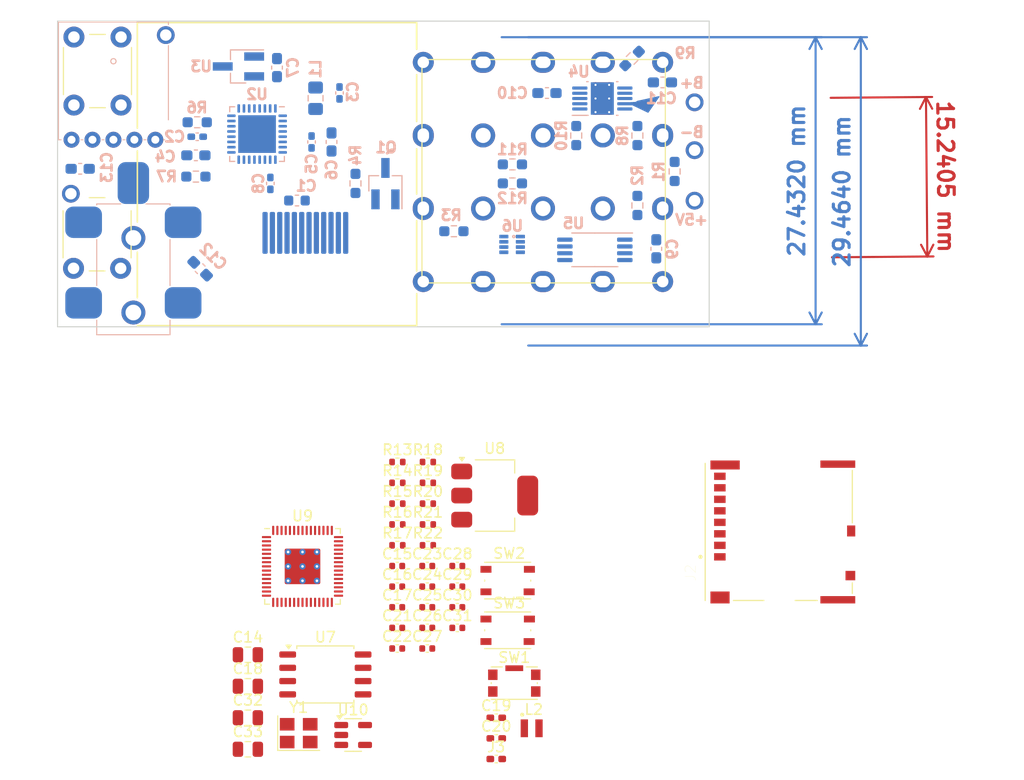
<source format=kicad_pcb>
(kicad_pcb (version 20221018) (generator pcbnew)
  (layers (0 "F.Cu" signal) (1 "In1.Cu" power) (2 "In2.Cu" power) (31 "B.Cu" signal) (34 "B.Paste" user) (35 "F.Paste" user) (36 "B.SilkS" user "B.Silkscreen") (37 "F.SilkS" user "F.Silkscreen") (38 "B.Mask" user) (39 "F.Mask" user) (44 "Edge.Cuts" user))
  (net 0 "")
  (net 1 "GNDREF")
  (net 2 "VCC")
  (net 3 "/vol_pot_measure")
  (net 4 "+3V3")
  (net 5 "/LCD_BL")
  (net 6 "+BATT")
  (net 7 "/LCD_RST")
  (net 8 "/LCD_DIN")
  (net 9 "/LCD_CLK")
  (net 10 "/LCD_CS")
  (net 11 "/LCD_DC")
  (net 12 "/LCD_BL_CONT")
  (net 13 "Net-(Q1-B)")
  (net 14 "Net-(Q1-C)")
  (net 17 "Net-(U2-VDDA)")
  (net 18 "Net-(U2-VAG)")
  (net 21 "/BUTTON_SENSE")
  (net 28 "Net-(U2-SYS_MCLK)")
  (net 30 "/SCL")
  (net 31 "/I2S_DATA")
  (net 32 "/SDA")
  (net 33 "/I2S_SCLK")
  (net 35 "/I2S_LRCLK")
  (net 36 "/I2S_MCLK")
  (net 37 "/LEFT")
  (net 38 "/RIGHT")
  (net 39 "/AUDIO_GND")
  (net 40 "/+1V8")
  (net 41 "/CELL-")
  (net 42 "+5V")
  (net 43 "/PWR_SRC")
  (net 45 "Net-(U5-VDD)")
  (net 46 "Net-(U4-TIMER)")
  (net 47 "Net-(U5-VIN)")
  (net 48 "Net-(U4-PROG)")
  (net 49 "Net-(U6-PR1)")
  (net 52 "GND1")
  (net 53 "/CHG_ON")
  (net 68 "/CHG_FAULT")
  (net 69 "VBUS")
  (net 70 "/XIN")
  (net 71 "Net-(C16-Pad1)")
  (net 72 "+1V1")
  (net 73 "/VREG_AVDD")
  (net 74 "/SD_PWR")
  (net 77 "/SD_DAT1")
  (net 78 "/SD_DAT0")
  (net 79 "/SD_CLK")
  (net 80 "/SD_CMD")
  (net 81 "/SD_DAT3")
  (net 82 "/SD_DAT2")
  (net 83 "/VREG_LX")
  (net 84 "/GPIO0")
  (net 85 "/FLASH_SS")
  (net 86 "/QSPI_SS")
  (net 87 "/XOUT")
  (net 88 "Net-(R17-Pad1)")
  (net 89 "/~{USB_BOOT}")
  (net 90 "/USB_D+")
  (net 91 "Net-(U9-USB_DP)")
  (net 92 "/USB_D-")
  (net 93 "Net-(U9-USB_DM)")
  (net 94 "/+3.3v")
  (net 95 "/SD_PWR_ON")
  (net 96 "/RUN")
  (net 97 "/QSPI_SD1")
  (net 98 "/QSPI_SD2")
  (net 100 "/QSPI_SD0")
  (net 101 "/QSPI_SCLK")
  (net 102 "/QSPI_SD3")
  (net 119 "/SWCLK")
  (net 120 "/SWD")
  (net 136 "GND")
  (footprint "Resistor_SMD:R_0402_1005Metric" (layer "F.Cu") (at 49.08 57.569579)
    (fp_text reference "R19" (at 0 -1.17) (layer "F.SilkS"))
    (fp_text value "1k")
    (pad "1" smd roundrect (at -0.51 0) (size 0.54 0.64) (layers "F.Cu" "F.Paste" "F.Mask") (net 86 "/QSPI_SS"))
    (pad "2" smd roundrect (at 0.51 0) (size 0.54 0.64) (layers "F.Cu" "F.Paste" "F.Mask") (net 89 "/~{USB_BOOT}"))
  )
  (footprint "Capacitor_SMD:C_0402_1005Metric" (layer "F.Cu") (at 51.89 67.489579)
    (fp_text reference "C29" (at 0 -1.16) (layer "F.SilkS"))
    (fp_text value "100n")
    (pad "1" smd roundrect (at -0.48 0) (size 0.56 0.62) (layers "F.Cu" "F.Paste" "F.Mask") (net 4 "+3V3"))
    (pad "2" smd roundrect (at 0.48 0) (size 0.56 0.62) (layers "F.Cu" "F.Paste" "F.Mask") (net 1 "GNDREF"))
  )
  (footprint "Capacitor_SMD:C_0402_1005Metric" (layer "F.Cu") (at 49.02 73.399579)
    (fp_text reference "C27" (at 0 -1.16) (layer "F.SilkS"))
    (fp_text value "100n")
    (pad "1" smd roundrect (at -0.48 0) (size 0.56 0.62) (layers "F.Cu" "F.Paste" "F.Mask") (net 4 "+3V3"))
    (pad "2" smd roundrect (at 0.48 0) (size 0.56 0.62) (layers "F.Cu" "F.Paste" "F.Mask") (net 1 "GNDREF"))
  )
  (footprint "Capacitor_SMD:C_0402_1005Metric" (layer "F.Cu") (at 51.89 69.459579)
    (fp_text reference "C30" (at 0 -1.16) (layer "F.SilkS"))
    (fp_text value "100n")
    (pad "1" smd roundrect (at -0.48 0) (size 0.56 0.62) (layers "F.Cu" "F.Paste" "F.Mask") (net 4 "+3V3"))
    (pad "2" smd roundrect (at 0.48 0) (size 0.56 0.62) (layers "F.Cu" "F.Paste" "F.Mask") (net 1 "GNDREF"))
  )
  (footprint "Capacitor_SMD:C_0402_1005Metric" (layer "F.Cu") (at 46.15 65.519579)
    (fp_text reference "C15" (at 0 -1.16) (layer "F.SilkS"))
    (fp_text value "15p")
    (pad "1" smd roundrect (at -0.48 0) (size 0.56 0.62) (layers "F.Cu" "F.Paste" "F.Mask") (net 70 "/XIN"))
    (pad "2" smd roundrect (at 0.48 0) (size 0.56 0.62) (layers "F.Cu" "F.Paste" "F.Mask") (net 1 "GNDREF"))
  )
  (footprint "Button_Switch_SMD:SW_Push_1P1T-SH_NO_CK_KMR2xxG" (layer "F.Cu") (at 57.33 76.709579)
    (fp_text reference "SW1" (at 0 -2.45) (layer "F.SilkS"))
    (fp_text value "SW_SPST")
    (pad "1" smd rect (at -2.05 -0.8) (size 0.9 1) (layers "F.Cu" "F.Paste" "F.Mask") (net 52 "GND1"))
    (pad "1" smd rect (at 2.05 -0.8) (size 0.9 1) (layers "F.Cu" "F.Paste" "F.Mask") (net 52 "GND1"))
    (pad "2" smd rect (at -2.05 0.8) (size 0.9 1) (layers "F.Cu" "F.Paste" "F.Mask") (net 1 "GNDREF"))
    (pad "2" smd rect (at 2.05 0.8) (size 0.9 1) (layers "F.Cu" "F.Paste" "F.Mask") (net 1 "GNDREF"))
    (pad "SH" smd rect (at 0 -1.425) (size 1.7 0.55) (layers "F.Cu" "F.Paste" "F.Mask"))
  )
  (footprint "Capacitor_SMD:C_0402_1005Metric_Pad0.74x0.62mm_HandSolder" (layer "F.Cu") (at 55.61 80.019579)
    (fp_text reference "C19" (at 0 -1.16) (layer "F.SilkS"))
    (fp_text value "4.7u")
    (pad "1" smd roundrect (at -0.5675 0) (size 0.735 0.62) (layers "F.Cu" "F.Paste" "F.Mask") (net 4 "+3V3"))
    (pad "2" smd roundrect (at 0.5675 0) (size 0.735 0.62) (layers "F.Cu" "F.Paste" "F.Mask") (net 1 "GNDREF"))
  )
  (footprint "custom_footprints:hole" (layer "F.Cu") (at 74.549 25.781)
    (fp_text reference "J37" hide)
    (fp_text value "Conn_01x01_Male")
    (pad "1" thru_hole circle (at 0 0) (size 1.7 1.7) (drill 1.1) (layers "*.Cu" "*.Mask") (net 41 "/CELL-"))
  )
  (footprint "Capacitor_SMD:C_0402_1005Metric_Pad0.74x0.62mm_HandSolder" (layer "F.Cu") (at 55.61 83.959579)
    (fp_text reference "J3" (at 0 -1.16) (layer "F.SilkS"))
    (fp_text value "USB_C_Receptacle_USB2.0_14P")
    (pad "1" smd roundrect (at -0.5675 0) (size 0.735 0.62) (layers "F.Cu" "F.Paste" "F.Mask"))
    (pad "2" smd roundrect (at 0.5675 0) (size 0.735 0.62) (layers "F.Cu" "F.Paste" "F.Mask"))
  )
  (footprint "Resistor_SMD:R_0402_1005Metric" (layer "F.Cu") (at 49.08 61.549579)
    (fp_text reference "R21" (at 0 -1.17) (layer "F.SilkS"))
    (fp_text value "27")
    (pad "1" smd roundrect (at -0.51 0) (size 0.54 0.64) (layers "F.Cu" "F.Paste" "F.Mask") (net 92 "/USB_D-"))
    (pad "2" smd roundrect (at 0.51 0) (size 0.54 0.64) (layers "F.Cu" "F.Paste" "F.Mask") (net 93 "Net-(U9-USB_DM)"))
  )
  (footprint "Capacitor_SMD:C_0402_1005Metric" (layer "F.Cu") (at 49.02 67.489579)
    (fp_text reference "C24" (at 0 -1.16) (layer "F.SilkS"))
    (fp_text value "100n")
    (pad "1" smd roundrect (at -0.48 0) (size 0.56 0.62) (layers "F.Cu" "F.Paste" "F.Mask") (net 72 "+1V1"))
    (pad "2" smd roundrect (at 0.48 0) (size 0.56 0.62) (layers "F.Cu" "F.Paste" "F.Mask") (net 1 "GNDREF"))
  )
  (footprint "Capacitor_SMD:C_0402_1005Metric" (layer "F.Cu") (at 49.02 71.429579)
    (fp_text reference "C26" (at 0 -1.16) (layer "F.SilkS"))
    (fp_text value "100n")
    (pad "1" smd roundrect (at -0.48 0) (size 0.56 0.62) (layers "F.Cu" "F.Paste" "F.Mask") (net 4 "+3V3"))
    (pad "2" smd roundrect (at 0.48 0) (size 0.56 0.62) (layers "F.Cu" "F.Paste" "F.Mask") (net 1 "GNDREF"))
  )
  (footprint "Capacitor_SMD:C_0402_1005Metric" (layer "F.Cu") (at 46.15 69.459579)
    (fp_text reference "C17" (at 0 -1.16) (layer "F.SilkS"))
    (fp_text value "100n")
    (pad "1" smd roundrect (at -0.48 0) (size 0.56 0.62) (layers "F.Cu" "F.Paste" "F.Mask") (net 4 "+3V3"))
    (pad "2" smd roundrect (at 0.48 0) (size 0.56 0.62) (layers "F.Cu" "F.Paste" "F.Mask") (net 1 "GNDREF"))
  )
  (footprint "Resistor_SMD:R_0402_1005Metric" (layer "F.Cu") (at 49.08 59.559579)
    (fp_text reference "R20" (at 0 -1.17) (layer "F.SilkS"))
    (fp_text value "27")
    (pad "1" smd roundrect (at -0.51 0) (size 0.54 0.64) (layers "F.Cu" "F.Paste" "F.Mask") (net 90 "/USB_D+"))
    (pad "2" smd roundrect (at 0.51 0) (size 0.54 0.64) (layers "F.Cu" "F.Paste" "F.Mask") (net 91 "Net-(U9-USB_DP)"))
  )
  (footprint "RP2350_60QFN_minimal:RP2350-QFN-60-1EP_7x7_P0.4mm_EP3.4x3.4mm_ThermalVias" (layer "F.Cu") (at 37.106 65.554)
    (fp_text reference "U9" (at 0 -4.82) (layer "F.SilkS"))
    (fp_text value "RP2350_60QFN")
    (pad "1" smd roundrect (at -3.4375 -2.8) (size 0.875 0.2) (layers "F.Cu" "F.Paste" "F.Mask") (chamfer_ratio 0.25) (chamfer top_right) (net 4 "+3V3"))
    (pad "2" smd roundrect (at -3.4375 -2.4) (size 0.875 0.2) (layers "F.Cu" "F.Paste" "F.Mask"))
    (pad "3" smd roundrect (at -3.4375 -2) (size 0.875 0.2) (layers "F.Cu" "F.Paste" "F.Mask"))
    (pad "4" smd roundrect (at -3.4375 -1.6) (size 0.875 0.2) (layers "F.Cu" "F.Paste" "F.Mask"))
    (pad "5" smd roundrect (at -3.4375 -1.2) (size 0.875 0.2) (layers "F.Cu" "F.Paste" "F.Mask"))
    (pad "6" smd roundrect (at -3.4375 -0.8) (size 0.875 0.2) (layers "F.Cu" "F.Paste" "F.Mask") (net 72 "+1V1"))
    (pad "7" smd roundrect (at -3.4375 -0.4) (size 0.875 0.2) (layers "F.Cu" "F.Paste" "F.Mask"))
    (pad "8" smd roundrect (at -3.4375 0) (size 0.875 0.2) (layers "F.Cu" "F.Paste" "F.Mask"))
    (pad "9" smd roundrect (at -3.4375 0.4) (size 0.875 0.2) (layers "F.Cu" "F.Paste" "F.Mask"))
    (pad "10" smd roundrect (at -3.4375 0.8) (size 0.875 0.2) (layers "F.Cu" "F.Paste" "F.Mask"))
    (pad "11" smd roundrect (at -3.4375 1.2) (size 0.875 0.2) (layers "F.Cu" "F.Paste" "F.Mask") (net 4 "+3V3"))
    (pad "12" smd roundrect (at -3.4375 1.6) (size 0.875 0.2) (layers "F.Cu" "F.Paste" "F.Mask"))
    (pad "13" smd roundrect (at -3.4375 2) (size 0.875 0.2) (layers "F.Cu" "F.Paste" "F.Mask"))
    (pad "14" smd roundrect (at -3.4375 2.4) (size 0.875 0.2) (layers "F.Cu" "F.Paste" "F.Mask"))
    (pad "15" smd roundrect (at -3.4375 2.8) (size 0.875 0.2) (layers "F.Cu" "F.Paste" "F.Mask") (chamfer_ratio 0.25) (chamfer bottom_right))
    (pad "16" smd roundrect (at -2.8 3.4375) (size 0.2 0.875) (layers "F.Cu" "F.Paste" "F.Mask") (chamfer_ratio 0.25) (chamfer top_left))
    (pad "17" smd roundrect (at -2.4 3.4375) (size 0.2 0.875) (layers "F.Cu" "F.Paste" "F.Mask"))
    (pad "18" smd roundrect (at -2 3.4375) (size 0.2 0.875) (layers "F.Cu" "F.Paste" "F.Mask"))
    (pad "19" smd roundrect (at -1.6 3.4375) (size 0.2 0.875) (layers "F.Cu" "F.Paste" "F.Mask"))
    (pad "20" smd roundrect (at -1.2 3.4375) (size 0.2 0.875) (layers "F.Cu" "F.Paste" "F.Mask") (net 4 "+3V3"))
    (pad "21" smd roundrect (at -0.8 3.4375) (size 0.2 0.875) (layers "F.Cu" "F.Paste" "F.Mask") (net 70 "/XIN"))
    (pad "22" smd roundrect (at -0.4 3.4375) (size 0.2 0.875) (layers "F.Cu" "F.Paste" "F.Mask") (net 87 "/XOUT"))
    (pad "23" smd roundrect (at 0 3.4375) (size 0.2 0.875) (layers "F.Cu" "F.Paste" "F.Mask") (net 72 "+1V1"))
    (pad "24" smd roundrect (at 0.4 3.4375) (size 0.2 0.875) (layers "F.Cu" "F.Paste" "F.Mask") (net 119 "/SWCLK"))
    (pad "25" smd roundrect (at 0.8 3.4375) (size 0.2 0.875) (layers "F.Cu" "F.Paste" "F.Mask") (net 120 "/SWD"))
    (pad "26" smd roundrect (at 1.2 3.4375) (size 0.2 0.875) (layers "F.Cu" "F.Paste" "F.Mask") (net 96 "/RUN"))
    (pad "27" smd roundrect (at 1.6 3.4375) (size 0.2 0.875) (layers "F.Cu" "F.Paste" "F.Mask"))
    (pad "28" smd roundrect (at 2 3.4375) (size 0.2 0.875) (layers "F.Cu" "F.Paste" "F.Mask"))
    (pad "29" smd roundrect (at 2.4 3.4375) (size 0.2 0.875) (layers "F.Cu" "F.Paste" "F.Mask"))
    (pad "30" smd roundrect (at 2.8 3.4375) (size 0.2 0.875) (layers "F.Cu" "F.Paste" "F.Mask") (chamfer_ratio 0.25) (chamfer top_right) (net 4 "+3V3"))
    (pad "31" smd roundrect (at 3.4375 2.8) (size 0.875 0.2) (layers "F.Cu" "F.Paste" "F.Mask") (chamfer_ratio 0.25) (chamfer bottom_left))
    (pad "32" smd roundrect (at 3.4375 2.4) (size 0.875 0.2) (layers "F.Cu" "F.Paste" "F.Mask"))
    (pad "33" smd roundrect (at 3.4375 2) (size 0.875 0.2) (layers "F.Cu" "F.Paste" "F.Mask"))
    (pad "34" smd roundrect (at 3.4375 1.6) (size 0.875 0.2) (layers "F.Cu" "F.Paste" "F.Mask"))
    (pad "35" smd roundrect (at 3.4375 1.2) (size 0.875 0.2) (layers "F.Cu" "F.Paste" "F.Mask"))
    (pad "36" smd roundrect (at 3.4375 0.8) (size 0.875 0.2) (layers "F.Cu" "F.Paste" "F.Mask"))
    (pad "37" smd roundrect (at 3.4375 0.4) (size 0.875 0.2) (layers "F.Cu" "F.Paste" "F.Mask"))
    (pad "38" smd roundrect (at 3.4375 0) (size 0.875 0.2) (layers "F.Cu" "F.Paste" "F.Mask") (net 4 "+3V3"))
    (pad "39" smd roundrect (at 3.4375 -0.4) (size 0.875 0.2) (layers "F.Cu" "F.Paste" "F.Mask") (net 72 "+1V1"))
    (pad "40" smd roundrect (at 3.4375 -0.8) (size 0.875 0.2) (layers "F.Cu" "F.Paste" "F.Mask"))
    (pad "41" smd roundrect (at 3.4375 -1.2) (size 0.875 0.2) (layers "F.Cu" "F.Paste" "F.Mask"))
    (pad "42" smd roundrect (at 3.4375 -1.6) (size 0.875 0.2) (layers "F.Cu" "F.Paste" "F.Mask"))
    (pad "43" smd roundrect (at 3.4375 -2) (size 0.875 0.2) (layers "F.Cu" "F.Paste" "F.Mask"))
    (pad "44" smd roundrect (at 3.4375 -2.4) (size 0.875 0.2) (layers "F.Cu" "F.Paste" "F.Mask") (net 4 "+3V3"))
    (pad "45" smd roundrect (at 3.4375 -2.8) (size 0.875 0.2) (layers "F.Cu" "F.Paste" "F.Mask") (chamfer_ratio 0.25) (chamfer top_left) (net 4 "+3V3"))
    (pad "46" smd roundrect (at 2.8 -3.4375) (size 0.2 0.875) (layers "F.Cu" "F.Paste" "F.Mask") (chamfer_ratio 0.25) (chamfer bottom_right) (net 73 "/VREG_AVDD"))
    (pad "47" smd roundrect (at 2.4 -3.4375) (size 0.2 0.875) (layers "F.Cu" "F.Paste" "F.Mask") (net 1 "GNDREF"))
    (pad "48" smd roundrect (at 2 -3.4375) (size 0.2 0.875) (layers "F.Cu" "F.Paste" "F.Mask") (net 83 "/VREG_LX"))
    (pad "49" smd roundrect (at 1.6 -3.4375) (size 0.2 0.875) (layers "F.Cu" "F.Paste" "F.Mask") (net 4 "+3V3"))
    (pad "50" smd roundrect (at 1.2 -3.4375) (size 0.2 0.875) (layers "F.Cu" "F.Paste" "F.Mask") (net 72 "+1V1"))
    (pad "51" smd roundrect (at 0.8 -3.4375) (size 0.2 0.875) (layers "F.Cu" "F.Paste" "F.Mask") (net 93 "Net-(U9-USB_DM)"))
    (pad "52" smd roundrect (at 0.4 -3.4375) (size 0.2 0.875) (layers "F.Cu" "F.Paste" "F.Mask") (net 91 "Net-(U9-USB_DP)"))
    (pad "53" smd roundrect (at 0 -3.4375) (size 0.2 0.875) (layers "F.Cu" "F.Paste" "F.Mask") (net 4 "+3V3"))
    (pad "54" smd roundrect (at -0.4 -3.4375) (size 0.2 0.875) (layers "F.Cu" "F.Paste" "F.Mask") (net 4 "+3V3"))
    (pad "55" smd roundrect (at -0.8 -3.4375) (size 0.2 0.875) (layers "F.Cu" "F.Paste" "F.Mask") (net 102 "/QSPI_SD3"))
    (pad "56" smd roundrect (at -1.2 -3.4375) (size 0.2 0.875) (layers "F.Cu" "F.Paste" "F.Mask") (net 101 "/QSPI_SCLK"))
    (pad "57" smd roundrect (at -1.6 -3.4375) (size 0.2 0.875) (layers "F.Cu" "F.Paste" "F.Mask") (net 100 "/QSPI_SD0"))
    (pad "58" smd roundrect (at -2 -3.4375) (size 0.2 0.875) (layers "F.Cu" "F.Paste" "F.Mask") (net 98 "/QSPI_SD2"))
    (pad "59" smd roundrect (at -2.4 -3.4375) (size 0.2 0.875) (layers "F.Cu" "F.Paste" "F.Mask") (net 97 "/QSPI_SD1"))
    (pad "60" smd roundrect (at -2.8 -3.4375) (size 0.2 0.875) (layers "F.Cu" "F.Paste" "F.Mask") (chamfer_ratio 0.25) (chamfer bottom_left) (net 86 "/QSPI_SS"))
    (pad "61" thru_hole circle (at -1.375 -1.375) (size 0.6 0.6) (drill 0.25) (layers "*.Cu") (net 1 "GNDREF"))
    (pad "61" thru_hole circle (at -1.375 0) (size 0.6 0.6) (drill 0.25) (layers "*.Cu") (net 1 "GNDREF"))
    (pad "61" thru_hole circle (at -1.375 1.375) (size 0.6 0.6) (drill 0.25) (layers "*.Cu") (net 1 "GNDREF"))
    (pad "61" thru_hole circle (at 0 -1.375) (size 0.6 0.6) (drill 0.25) (layers "*.Cu") (net 1 "GNDREF"))
    (pad "61" thru_hole circle (at 0 0) (size 0.6 0.6) (drill 0.25) (layers "*.Cu") (net 1 "GNDREF"))
    (pad "61" smd roundrect (at 0 0 90) (size 3.4 3.4) (layers "F.Cu" "F.Mask") (roundrect_rratio 0.045) (net 1 "GNDREF"))
    (pad "61" thru_hole circle (at 0 1.375) (size 0.6 0.6) (drill 0.25) (layers "*.Cu") (net 1 "GNDREF"))
    (pad "61" thru_hole circle (at 1.375 -1.375) (size 0.6 0.6) (drill 0.25) (layers "*.Cu") (net 1 "GNDREF"))
    (pad "61" thru_hole circle (at 1.375 0) (size 0.6 0.6) (drill 0.25) (layers "*.Cu") (net 1 "GNDREF"))
    (pad "61" thru_hole circle (at 1.375 1.375) (size 0.6 0.6) (drill 0.25) (layers "*.Cu") (net 1 "GNDREF"))
  )
  (footprint "Capacitor_SMD:C_0805_2012Metric" (layer "F.Cu") (at 31.89 83.029579)
    (fp_text reference "C33" (at 0 -1.68) (layer "F.SilkS"))
    (fp_text value "10u")
    (pad "1" smd roundrect (at -0.95 0) (size 1 1.45) (layers "F.Cu" "F.Paste" "F.Mask") (net 74 "/SD_PWR"))
    (pad "2" smd roundrect (at 0.95 0) (size 1 1.45) (layers "F.Cu" "F.Paste" "F.Mask") (net 1 "GNDREF"))
  )
  (footprint "Capacitor_SMD:C_0805_2012Metric" (layer "F.Cu") (at 31.89 80.019579)
    (fp_text reference "C32" (at 0 -1.68) (layer "F.SilkS"))
    (fp_text value "10u")
    (pad "1" smd roundrect (at -0.95 0) (size 1 1.45) (layers "F.Cu" "F.Paste" "F.Mask") (net 4 "+3V3"))
    (pad "2" smd roundrect (at 0.95 0) (size 1 1.45) (layers "F.Cu" "F.Paste" "F.Mask") (net 1 "GNDREF"))
  )
  (footprint "custom_footprints:hole" (layer "F.Cu") (at 74.549 30.607 90)
    (fp_text reference "J38" hide)
    (fp_text value "Conn_01x01_Male")
    (pad "1" thru_hole circle (at 0 0 90) (size 1.7 1.7) (drill 1.1) (layers "*.Cu" "*.Mask") (net 42 "+5V"))
  )
  (footprint "Resistor_SMD:R_0402_1005Metric" (layer "F.Cu") (at 46.17 59.559579)
    (fp_text reference "R15" (at 0 -1.17) (layer "F.SilkS"))
    (fp_text value "DNF")
    (pad "1" smd roundrect (at -0.51 0) (size 0.54 0.64) (layers "F.Cu" "F.Paste" "F.Mask") (net 4 "+3V3"))
    (pad "2" smd roundrect (at 0.51 0) (size 0.54 0.64) (layers "F.Cu" "F.Paste" "F.Mask") (net 85 "/FLASH_SS"))
  )
  (footprint "Resistor_SMD:R_0402_1005Metric" (layer "F.Cu") (at 46.17 63.539579)
    (fp_text reference "R17" (at 0 -1.17) (layer "F.SilkS"))
    (fp_text value "1k")
    (pad "1" smd roundrect (at -0.51 0) (size 0.54 0.64) (layers "F.Cu" "F.Paste" "F.Mask") (net 88 "Net-(R17-Pad1)"))
    (pad "2" smd roundrect (at 0.51 0) (size 0.54 0.64) (layers "F.Cu" "F.Paste" "F.Mask") (net 1 "GNDREF"))
  )
  (footprint "Capacitor_SMD:C_0805_2012Metric" (layer "F.Cu") (at 31.89 77.009579)
    (fp_text reference "C18" (at 0 -1.68) (layer "F.SilkS"))
    (fp_text value "10u")
    (pad "1" smd roundrect (at -0.95 0) (size 1 1.45) (layers "F.Cu" "F.Paste" "F.Mask") (net 4 "+3V3"))
    (pad "2" smd roundrect (at 0.95 0) (size 1 1.45) (layers "F.Cu" "F.Paste" "F.Mask") (net 1 "GNDREF"))
  )
  (footprint "Capacitor_SMD:C_0402_1005Metric" (layer "F.Cu") (at 49.02 69.459579)
    (fp_text reference "C25" (at 0 -1.16) (layer "F.SilkS"))
    (fp_text value "100n")
    (pad "1" smd roundrect (at -0.48 0) (size 0.56 0.62) (layers "F.Cu" "F.Paste" "F.Mask") (net 4 "+3V3"))
    (pad "2" smd roundrect (at 0.48 0) (size 0.56 0.62) (layers "F.Cu" "F.Paste" "F.Mask") (net 1 "GNDREF"))
  )
  (footprint "Package_TO_SOT_SMD:SOT-223-3_TabPin2" (layer "F.Cu") (at 55.46 58.784579)
    (fp_text reference "U8" (at 0 -4.5) (layer "F.SilkS"))
    (fp_text value "NCP1117-3.3_SOT223")
    (pad "1" smd roundrect (at -3.15 -2.3) (size 2 1.5) (layers "F.Cu" "F.Paste" "F.Mask") (net 1 "GNDREF"))
    (pad "2" smd roundrect (at -3.15 0) (size 2 1.5) (layers "F.Cu" "F.Paste" "F.Mask") (net 4 "+3V3"))
    (pad "2" smd roundrect (at 3.15 0) (size 2 3.8) (layers "F.Cu" "F.Paste" "F.Mask") (net 4 "+3V3"))
    (pad "3" smd roundrect (at -3.15 2.3) (size 2 1.5) (layers "F.Cu" "F.Paste" "F.Mask") (net 69 "VBUS"))
  )
  (footprint "Resistor_SMD:R_0402_1005Metric" (layer "F.Cu") (at 46.17 61.549579)
    (fp_text reference "R16" (at 0 -1.17) (layer "F.SilkS"))
    (fp_text value "1k")
    (pad "1" smd roundrect (at -0.51 0) (size 0.54 0.64) (layers "F.Cu" "F.Paste" "F.Mask") (net 87 "/XOUT"))
    (pad "2" smd roundrect (at 0.51 0) (size 0.54 0.64) (layers "F.Cu" "F.Paste" "F.Mask") (net 71 "Net-(C16-Pad1)"))
  )
  (footprint "custom_footprints:button_array" (layer "F.Cu") (at 48.006 38.3395)
    (fp_text reference "U1" hide)
    (fp_text value "buttonarray")
    (pad "1" thru_hole oval (at 0.635 -20.955 180) (size 2 2) (drill oval 1.1) (layers "*.Cu" "*.Mask"))
    (pad "1" thru_hole oval (at 0.635 -13.97 180) (size 2 2.2) (drill oval 1.1 1.35) (layers "*.Cu" "*.Mask"))
    (pad "2" thru_hole oval (at 6.35 -20.955 180) (size 2.3 2) (drill oval 1.45 1.1) (layers "*.Cu" "*.Mask"))
    (pad "3" thru_hole oval (at 12.065 -20.955 180) (size 2.3 2) (drill oval 1.45 1.1) (layers "*.Cu" "*.Mask"))
    (pad "4" thru_hole oval (at 0.635 -6.985 180) (size 2 2.2) (drill oval 1.1 1.35) (layers "*.Cu" "*.Mask"))
    (pad "5" thru_hole oval (at 6.35 -6.985 180) (size 2.3 2.3) (drill oval 1.45) (layers "*.Cu" "*.Mask"))
    (pad "6" thru_hole oval (at 12.065 -6.985 180) (size 2.3 2.3) (drill oval 1.45) (layers "*.Cu" "*.Mask"))
    (pad "7" thru_hole oval (at 17.78 -6.985 180) (size 2.3 2.3) (drill oval 1.45) (layers "*.Cu" "*.Mask"))
    (pad "8" thru_hole oval (at 23.495 -6.985 180) (size 2 2.2) (drill oval 1.1 1.35) (layers "*.Cu" "*.Mask"))
    (pad "9" thru_hole oval (at 0.635 0 180) (size 2 2) (drill oval 1.1) (layers "*.Cu" "*.Mask"))
    (pad "10" thru_hole oval (at 12.065 0 180) (size 2.3 2) (drill oval 1.45 1.1) (layers "*.Cu" "*.Mask"))
    (pad "11" thru_hole oval (at 23.495 0 180) (size 2 2) (drill oval 1.1) (layers "*.Cu" "*.Mask"))
    (pad "12" thru_hole oval (at 23.495 -13.97 180) (size 2 2.2) (drill oval 1.1 1.35) (layers "*.Cu" "*.Mask"))
    (pad "13" thru_hole oval (at 6.35 -13.97 180) (size 2.3 2.3) (drill oval 1.45) (layers "*.Cu" "*.Mask") (net 1 "GNDREF"))
    (pad "13" thru_hole oval (at 6.35 0 180) (size 2.3 2) (drill oval 1.45 1.1) (layers "*.Cu" "*.Mask") (net 1 "GNDREF"))
    (pad "13" thru_hole oval (at 12.065 -13.97 180) (size 2.3 2.3) (drill oval 1.45) (layers "*.Cu" "*.Mask") (net 1 "GNDREF"))
    (pad "13" thru_hole oval (at 17.78 -20.955 180) (size 2.3 2) (drill oval 1.45 1.1) (layers "*.Cu" "*.Mask") (net 1 "GNDREF"))
    (pad "13" thru_hole oval (at 17.78 -13.97 180) (size 2.3 2.3) (drill oval 1.45) (layers "*.Cu" "*.Mask") (net 1 "GNDREF"))
    (pad "13" thru_hole oval (at 17.78 0 180) (size 2.3 2) (drill oval 1.45 1.1) (layers "*.Cu" "*.Mask") (net 1 "GNDREF"))
    (pad "13" thru_hole oval (at 23.495 -20.955 180) (size 2 2) (drill oval 1.1) (layers "*.Cu" "*.Mask") (net 1 "GNDREF"))
  )
  (footprint "Capacitor_SMD:C_0402_1005Metric" (layer "F.Cu") (at 46.15 71.429579)
    (fp_text reference "C21" (at 0 -1.16) (layer "F.SilkS"))
    (fp_text value "100n")
    (pad "1" smd roundrect (at -0.48 0) (size 0.56 0.62) (layers "F.Cu" "F.Paste" "F.Mask") (net 72 "+1V1"))
    (pad "2" smd roundrect (at 0.48 0) (size 0.56 0.62) (layers "F.Cu" "F.Paste" "F.Mask") (net 1 "GNDREF"))
  )
  (footprint "Button_Switch_THT:SW_PUSH_6mm_H5mm" (layer "F.Cu") (at 15.275276 21.4715 90)
    (fp_text reference "SW14" hide)
    (fp_text value "SW_Push")
    (pad "1" thru_hole circle (at 0 0 180) (size 2 2) (drill 1.1) (layers "*.Cu" "*.Mask"))
    (pad "1" thru_hole circle (at 6.5 0 180) (size 2 2) (drill 1.1) (layers "*.Cu" "*.Mask"))
    (pad "2" thru_hole circle (at 0 4.5 180) (size 2 2) (drill 1.1) (layers "*.Cu" "*.Mask") (net 1 "GNDREF"))
    (pad "2" thru_hole circle (at 6.5 4.5 180) (size 2 2) (drill 1.1) (layers "*.Cu" "*.Mask") (net 1 "GNDREF"))
  )
  (footprint "Resistor_SMD:R_0402_1005Metric" (layer "F.Cu") (at 46.17 55.579579)
    (fp_text reference "R13" (at 0 -1.17) (layer "F.SilkS"))
    (fp_text value "DNF")
    (pad "1" smd roundrect (at -0.51 0) (size 0.54 0.64) (layers "F.Cu" "F.Paste" "F.Mask") (net 84 "/GPIO0"))
    (pad "2" smd roundrect (at 0.51 0) (size 0.54 0.64) (layers "F.Cu" "F.Paste" "F.Mask") (net 85 "/FLASH_SS"))
  )
  (footprint "Capacitor_SMD:C_0402_1005Metric" (layer "F.Cu") (at 51.89 65.519579)
    (fp_text reference "C28" (at 0 -1.16) (layer "F.SilkS"))
    (fp_text value "100n")
    (pad "1" smd roundrect (at -0.48 0) (size 0.56 0.62) (layers "F.Cu" "F.Paste" "F.Mask") (net 4 "+3V3"))
    (pad "2" smd roundrect (at 0.48 0) (size 0.56 0.62) (layers "F.Cu" "F.Paste" "F.Mask") (net 1 "GNDREF"))
  )
  (footprint "Capacitor_SMD:C_0402_1005Metric" (layer "F.Cu") (at 46.15 73.399579)
    (fp_text reference "C22" (at 0 -1.16) (layer "F.SilkS"))
    (fp_text value "4.7u")
    (pad "1" smd roundrect (at -0.48 0) (size 0.56 0.62) (layers "F.Cu" "F.Paste" "F.Mask") (net 73 "/VREG_AVDD"))
    (pad "2" smd roundrect (at 0.48 0) (size 0.56 0.62) (layers "F.Cu" "F.Paste" "F.Mask") (net 1 "GNDREF"))
  )
  (footprint "Button_Switch_SMD:SW_Push_1P1T_NO_Vertical_Wuerth_434133025816" (layer "F.Cu") (at 56.7 71.659579)
    (fp_text reference "SW3" (at 0.15 -2.6) (layer "F.SilkS"))
    (fp_text value "SW_Push")
    (pad "1" smd rect (at -2.075 -1.075) (size 1.05 0.65) (layers "F.Cu" "F.Paste" "F.Mask") (net 88 "Net-(R17-Pad1)"))
    (pad "1" smd rect (at 2.075 -1.075) (size 1.05 0.65) (layers "F.Cu" "F.Paste" "F.Mask") (net 88 "Net-(R17-Pad1)"))
    (pad "2" smd rect (at -2.075 1.075) (size 1.05 0.65) (layers "F.Cu" "F.Paste" "F.Mask") (net 96 "/RUN"))
    (pad "2" smd rect (at 2.05 1.075) (size 1.05 0.65) (layers "F.Cu" "F.Paste" "F.Mask") (net 96 "/RUN"))
  )
  (footprint "Capacitor_SMD:C_0402_1005Metric" (layer "F.Cu") (at 49.02 65.519579)
    (fp_text reference "C23" (at 0 -1.16) (layer "F.SilkS"))
    (fp_text value "4.7u")
    (pad "1" smd roundrect (at -0.48 0) (size 0.56 0.62) (layers "F.Cu" "F.Paste" "F.Mask") (net 72 "+1V1"))
    (pad "2" smd roundrect (at 0.48 0) (size 0.56 0.62) (layers "F.Cu" "F.Paste" "F.Mask") (net 1 "GNDREF"))
  )
  (footprint "Capacitor_SMD:C_0402_1005Metric" (layer "F.Cu") (at 46.15 67.489579)
    (fp_text reference "C16" (at 0 -1.16) (layer "F.SilkS"))
    (fp_text value "15p")
    (pad "1" smd roundrect (at -0.48 0) (size 0.56 0.62) (layers "F.Cu" "F.Paste" "F.Mask") (net 71 "Net-(C16-Pad1)"))
    (pad "2" smd roundrect (at 0.48 0) (size 0.56 0.62) (layers "F.Cu" "F.Paste" "F.Mask") (net 1 "GNDREF"))
  )
  (footprint "Resistor_SMD:R_0402_1005Metric" (layer "F.Cu") (at 46.17 57.569579)
    (fp_text reference "R14" (at 0 -1.17) (layer "F.SilkS"))
    (fp_text value "0")
    (pad "1" smd roundrect (at -0.51 0) (size 0.54 0.64) (layers "F.Cu" "F.Paste" "F.Mask") (net 86 "/QSPI_SS"))
    (pad "2" smd roundrect (at 0.51 0) (size 0.54 0.64) (layers "F.Cu" "F.Paste" "F.Mask") (net 85 "/FLASH_SS"))
  )
  (footprint "RP2350_60QFN_minimal:L_pol_2016" (layer "F.Cu") (at 58.99 81.026)
    (fp_text reference "L2" (at 0.2 -1.8) (layer "F.SilkS"))
    (fp_text value "3.3u")
    (pad "1" smd rect (at -0.7 0) (size 0.7 1.7) (layers "F.Cu" "F.Paste" "F.Mask") (net 72 "+1V1"))
    (pad "2" smd rect (at 0.7 0) (size 0.7 1.7) (layers "F.Cu" "F.Paste" "F.Mask") (net 83 "/VREG_LX"))
  )
  (footprint "Package_SO:SOIC-8_5.23x5.23mm_P1.27mm" (layer "F.Cu") (at 39.29 75.879579)
    (fp_text reference "U7" (at 0 -3.56) (layer "F.SilkS"))
    (fp_text value "W25Q128JVS")
    (pad "1" smd roundrect (at -3.6 -1.905) (size 1.6 0.6) (layers "F.Cu" "F.Paste" "F.Mask") (net 85 "/FLASH_SS"))
    (pad "2" smd roundrect (at -3.6 -0.635) (size 1.6 0.6) (layers "F.Cu" "F.Paste" "F.Mask") (net 97 "/QSPI_SD1"))
    (pad "3" smd roundrect (at -3.6 0.635) (size 1.6 0.6) (layers "F.Cu" "F.Paste" "F.Mask") (net 98 "/QSPI_SD2"))
    (pad "4" smd roundrect (at -3.6 1.905) (size 1.6 0.6) (layers "F.Cu" "F.Paste" "F.Mask"))
    (pad "5" smd roundrect (at 3.6 1.905) (size 1.6 0.6) (layers "F.Cu" "F.Paste" "F.Mask") (net 100 "/QSPI_SD0"))
    (pad "6" smd roundrect (at 3.6 0.635) (size 1.6 0.6) (layers "F.Cu" "F.Paste" "F.Mask") (net 101 "/QSPI_SCLK"))
    (pad "7" smd roundrect (at 3.6 -0.635) (size 1.6 0.6) (layers "F.Cu" "F.Paste" "F.Mask") (net 102 "/QSPI_SD3"))
    (pad "8" smd roundrect (at 3.6 -1.905) (size 1.6 0.6) (layers "F.Cu" "F.Paste" "F.Mask") (net 4 "+3V3"))
  )
  (footprint "custom_footprints:hole" (layer "F.Cu") (at 74.549 21.209)
    (fp_text reference "J10" hide)
    (fp_text value "Conn_01x01_Male")
    (pad "1" thru_hole circle (at 0 0) (size 1.7 1.7) (drill 1.1) (layers "*.Cu" "*.Mask") (net 6 "+BATT"))
  )
  (footprint "Button_Switch_THT:SW_PUSH_6mm_H5mm" (layer "F.Cu") (at 19.739276 30.5695 -90)
    (fp_text reference "SW13" hide)
    (fp_text value "SW_Push")
    (pad "1" thru_hole circle (at 6.5 0) (size 2 2) (drill 1.1) (layers "*.Cu" "*.Mask"))
    (pad "2" thru_hole circle (at 6.5 4.5) (size 2 2) (drill 1.1) (layers "*.Cu" "*.Mask") (net 1 "GNDREF"))
  )
  (footprint "Capacitor_SMD:C_0805_2012Metric" (layer "F.Cu") (at 31.89 73.999579)
    (fp_text reference "C14" (at 0 -1.68) (layer "F.SilkS"))
    (fp_text value "10u")
    (pad "1" smd roundrect (at -0.95 0) (size 1 1.45) (layers "F.Cu" "F.Paste" "F.Mask") (net 69 "VBUS"))
    (pad "2" smd roundrect (at 0.95 0) (size 1 1.45) (layers "F.Cu" "F.Paste" "F.Mask") (net 1 "GNDREF"))
  )
  (footprint "Button_Switch_SMD:SW_Push_1P1T_NO_Vertical_Wuerth_434133025816" (layer "F.Cu") (at 56.7 66.909579)
    (fp_text reference "SW2" (at 0.15 -2.6) (layer "F.SilkS"))
    (fp_text value "SW_Push")
    (pad "1" smd rect (at -2.075 -1.075) (size 1.05 0.65) (layers "F.Cu" "F.Paste" "F.Mask") (net 1 "GNDREF"))
    (pad "1" smd rect (at 2.075 -1.075) (size 1.05 0.65) (layers "F.Cu" "F.Paste" "F.Mask") (net 1 "GNDREF"))
    (pad "2" smd rect (at -2.075 1.075) (size 1.05 0.65) (layers "F.Cu" "F.Paste" "F.Mask") (net 89 "/~{USB_BOOT}"))
    (pad "2" smd rect (at 2.05 1.075) (size 1.05 0.65) (layers "F.Cu" "F.Paste" "F.Mask") (net 89 "/~{USB_BOOT}"))
  )
  (footprint "Capacitor_SMD:C_0402_1005Metric_Pad0.74x0.62mm_HandSolder" (layer "F.Cu") (at 55.61 81.989579)
    (fp_text reference "C20" (at 0 -1.16) (layer "F.SilkS"))
    (fp_text value "4.7u")
    (pad "1" smd roundrect (at -0.5675 0) (size 0.735 0.62) (layers "F.Cu" "F.Paste" "F.Mask") (net 72 "+1V1"))
    (pad "2" smd roundrect (at 0.5675 0) (size 0.735 0.62) (layers "F.Cu" "F.Paste" "F.Mask") (net 1 "GNDREF"))
  )
  (footprint "Resistor_SMD:R_0402_1005Metric" (layer "F.Cu") (at 49.08 63.539579)
    (fp_text reference "R22" (at 0 -1.17) (layer "F.SilkS"))
    (fp_text value "12K 1%")
    (pad "1" smd roundrect (at -0.51 0) (size 0.54 0.64) (layers "F.Cu" "F.Paste" "F.Mask") (net 94 "/+3.3v"))
    (pad "2" smd roundrect (at 0.51 0) (size 0.54 0.64) (layers "F.Cu" "F.Paste" "F.Mask") (net 95 "/SD_PWR_ON"))
  )
  (footprint "Resistor_SMD:R_0402_1005Metric" (layer "F.Cu") (at 49.08 55.579579)
    (fp_text reference "R18" (at 0 -1.17) (layer "F.SilkS"))
    (fp_text value "33")
    (pad "1" smd roundrect (at -0.51 0) (size 0.54 0.64) (layers "F.Cu" "F.Paste" "F.Mask") (net 4 "+3V3"))
    (pad "2" smd roundrect (at 0.51 0) (size 0.54 0.64) (layers "F.Cu" "F.Paste" "F.Mask") (net 73 "/VREG_AVDD"))
  )
  (footprint "Capacitor_SMD:C_0402_1005Metric" (layer "F.Cu") (at 51.89 71.429579)
    (fp_text reference "C31" (at 0 -1.16) (layer "F.SilkS"))
    (fp_text value "100n")
    (pad "1" smd roundrect (at -0.48 0) (size 0.56 0.62) (layers "F.Cu" "F.Paste" "F.Mask") (net 4 "+3V3"))
    (pad "2" smd roundrect (at 0.48 0) (size 0.56 0.62) (layers "F.Cu" "F.Paste" "F.Mask") (net 1 "GNDREF"))
  )
  (footprint "Package_TO_SOT_SMD:SOT-23-5" (layer "F.Cu") (at 41.94 81.664579)
    (fp_text reference "U10" (at 0 -2.4) (layer "F.SilkS"))
    (fp_text value "RT9742GGJ5")
    (pad "1" smd roundrect (at -1.1375 -0.95) (size 1.325 0.6) (layers "F.Cu" "F.Paste" "F.Mask") (net 74 "/SD_PWR"))
    (pad "2" smd roundrect (at -1.1375 0) (size 1.325 0.6) (layers "F.Cu" "F.Paste" "F.Mask") (net 1 "GNDREF"))
    (pad "3" smd roundrect (at -1.1375 0.95) (size 1.325 0.6) (layers "F.Cu" "F.Paste" "F.Mask"))
    (pad "4" smd roundrect (at 1.1375 0.95) (size 1.325 0.6) (layers "F.Cu" "F.Paste" "F.Mask") (net 95 "/SD_PWR_ON"))
    (pad "5" smd roundrect (at 1.1375 -0.95) (size 1.325 0.6) (layers "F.Cu" "F.Paste" "F.Mask") (net 94 "/+3.3v"))
  )
  (footprint "custom_footprints:hole" (layer "F.Cu") (at 14.985276 29.943)
    (fp_text reference "J3" hide)
    (fp_text value "Conn_01x01_Male")
    (pad "1" thru_hole circle (at 0 0) (size 1.7 1.7) (drill 1.1) (layers "*.Cu" "*.Mask") (net 2 "VCC"))
  )
  (footprint "Crystal:Crystal_SMD_3225-4Pin_3.2x2.5mm" (layer "F.Cu") (at 36.74 81.489579)
    (fp_text reference "Y1" (at 0 -2.45) (layer "F.SilkS"))
    (fp_text value "ABM8-272-T3")
    (pad "1" smd rect (at -1.1 0.85) (size 1.4 1.2) (layers "F.Cu" "F.Paste" "F.Mask") (net 70 "/XIN"))
    (pad "2" smd rect (at 1.1 0.85) (size 1.4 1.2) (layers "F.Cu" "F.Paste" "F.Mask") (net 136 "GND"))
    (pad "3" smd rect (at 1.1 -0.85) (size 1.4 1.2) (layers "F.Cu" "F.Paste" "F.Mask") (net 71 "Net-(C16-Pad1)"))
    (pad "4" smd rect (at -1.1 -0.85) (size 1.4 1.2) (layers "F.Cu" "F.Paste" "F.Mask") (net 136 "GND"))
  )
  (footprint "CM4IO:SDCARD_MOLEX_503398-1892" (layer "F.Cu") (at 82.587 62.263 90)
    (fp_text reference "J2" (at -3.907665 -8.415745 90) (layer "F.SilkS") (effects (font (size 1.000685 1.000685) (thickness 0.015))))
    (fp_text value "Micro_SD_Card_Det")
    (pad "1" smd rect (at -2.38 -5.625 90) (size 0.7 1.1) (layers "F.Cu" "F.Paste" "F.Mask") (net 82 "/SD_DAT2"))
    (pad "2" smd rect (at -1.28 -5.625 90) (size 0.7 1.1) (layers "F.Cu" "F.Paste" "F.Mask") (net 81 "/SD_DAT3"))
    (pad "3" smd rect (at -0.18 -5.625 90) (size 0.7 1.1) (layers "F.Cu" "F.Paste" "F.Mask") (net 80 "/SD_CMD"))
    (pad "4" smd rect (at 0.92 -5.625 90) (size 0.7 1.1) (layers "F.Cu" "F.Paste" "F.Mask") (net 74 "/SD_PWR"))
    (pad "5" smd rect (at 2.02 -5.625 90) (size 0.7 1.1) (layers "F.Cu" "F.Paste" "F.Mask") (net 79 "/SD_CLK"))
    (pad "6" smd rect (at 3.12 -5.625 90) (size 0.7 1.1) (layers "F.Cu" "F.Paste" "F.Mask") (net 1 "GNDREF"))
    (pad "7" smd rect (at 4.22 -5.625 90) (size 0.7 1.1) (layers "F.Cu" "F.Paste" "F.Mask") (net 78 "/SD_DAT0"))
    (pad "8" smd rect (at 5.32 -5.625 90) (size 0.7 1.1) (layers "F.Cu" "F.Paste" "F.Mask") (net 77 "/SD_DAT1"))
    (pad "9" smd rect (at -4.17 6.84 90) (size 0.9 0.93) (layers "F.Cu" "F.Paste" "F.Mask"))
    (pad "10" smd rect (at 0.095 6.915 90) (size 1.05 0.78) (layers "F.Cu" "F.Paste" "F.Mask"))
    (pad "11" smd rect (at -6.48 5.64 90) (size 0.7 3.33) (layers "F.Cu" "F.Paste" "F.Mask") (net 1 "GNDREF"))
    (pad "11" smd rect (at -6.26 -5.61 90) (size 1.14 1.83) (layers "F.Cu" "F.Paste" "F.Mask") (net 1 "GNDREF"))
    (pad "11" smd rect (at 6.4 -5.125 90) (size 0.86 2.8) (layers "F.Cu" "F.Paste" "F.Mask") (net 1 "GNDREF"))
    (pad "11" smd rect (at 6.48 5.64 90) (size 0.7 3.33) (layers "F.Cu" "F.Paste" "F.Mask") (net 1 "GNDREF"))
  )
  (footprint "Capacitor_SMD:C_0603_1608Metric_Pad1.08x0.95mm_HandSolder" (layer "B.Cu") (at 60.452 20.32 180)
    (fp_text reference "C10" (at 3.302 0) (layer "B.SilkS") (effects (font (thickness 1.6)) (justify mirror)))
    (fp_text value "0.1µF")
    (pad "1" smd roundrect (at -0.8625 0 180) (size 1.075 0.95) (layers "B.Cu" "B.Paste" "B.Mask") (net 46 "Net-(U4-TIMER)"))
    (pad "2" smd roundrect (at 0.8625 0 180) (size 1.075 0.95) (layers "B.Cu" "B.Paste" "B.Mask") (net 52 "GND1"))
  )
  (footprint "Package_DFN_QFN:QFN-32-1EP_5x5mm_P0.5mm_EP3.6x3.6mm" (layer "B.Cu") (at 32.765276 24.2425 180)
    (fp_text reference "U2" (at 0 3.8) (layer "B.SilkS") (effects (font (thickness 1.6)) (justify mirror)))
    (fp_text value "SGTL5000XNAA3")
    (pad "1" smd roundrect (at -2.45 1.75 180) (size 0.8 0.25) (layers "B.Cu" "B.Paste" "B.Mask") (net 1 "GNDREF"))
    (pad "2" smd roundrect (at -2.45 1.25 180) (size 0.8 0.25) (layers "B.Cu" "B.Paste" "B.Mask") (net 38 "/RIGHT"))
    (pad "3" smd roundrect (at -2.45 0.75 180) (size 0.8 0.25) (layers "B.Cu" "B.Paste" "B.Mask") (net 1 "GNDREF"))
    (pad "4" smd roundrect (at -2.45 0.25 180) (size 0.8 0.25) (layers "B.Cu" "B.Paste" "B.Mask") (net 39 "/AUDIO_GND"))
    (pad "5" smd roundrect (at -2.45 -0.25 180) (size 0.8 0.25) (layers "B.Cu" "B.Paste" "B.Mask") (net 17 "Net-(U2-VDDA)"))
    (pad "6" smd roundrect (at -2.45 -0.75 180) (size 0.8 0.25) (layers "B.Cu" "B.Paste" "B.Mask") (net 37 "/LEFT"))
    (pad "7" smd roundrect (at -2.45 -1.25 180) (size 0.8 0.25) (layers "B.Cu" "B.Paste" "B.Mask") (net 1 "GNDREF"))
    (pad "8" smd roundrect (at -2.45 -1.75 180) (size 0.8 0.25) (layers "B.Cu" "B.Paste" "B.Mask"))
    (pad "9" smd roundrect (at -1.75 -2.45 180) (size 0.25 0.8) (layers "B.Cu" "B.Paste" "B.Mask"))
    (pad "10" smd roundrect (at -1.25 -2.45 180) (size 0.25 0.8) (layers "B.Cu" "B.Paste" "B.Mask") (net 18 "Net-(U2-VAG)"))
    (pad "11" smd roundrect (at -0.75 -2.45 180) (size 0.25 0.8) (layers "B.Cu" "B.Paste" "B.Mask"))
    (pad "12" smd roundrect (at -0.25 -2.45 180) (size 0.25 0.8) (layers "B.Cu" "B.Paste" "B.Mask"))
    (pad "13" smd roundrect (at 0.25 -2.45 180) (size 0.25 0.8) (layers "B.Cu" "B.Paste" "B.Mask") (net 1 "GNDREF"))
    (pad "14" smd roundrect (at 0.75 -2.45 180) (size 0.25 0.8) (layers "B.Cu" "B.Paste" "B.Mask") (net 1 "GNDREF"))
    (pad "15" smd roundrect (at 1.25 -2.45 180) (size 0.25 0.8) (layers "B.Cu" "B.Paste" "B.Mask") (net 1 "GNDREF"))
    (pad "16" smd roundrect (at 1.75 -2.45 180) (size 0.25 0.8) (layers "B.Cu" "B.Paste" "B.Mask"))
    (pad "17" smd roundrect (at 2.45 -1.75 180) (size 0.8 0.25) (layers "B.Cu" "B.Paste" "B.Mask"))
    (pad "18" smd roundrect (at 2.45 -1.25 180) (size 0.8 0.25) (layers "B.Cu" "B.Paste" "B.Mask"))
    (pad "19" smd roundrect (at 2.45 -0.75 180) (size 0.8 0.25) (layers "B.Cu" "B.Paste" "B.Mask"))
    (pad "20" smd roundrect (at 2.45 -0.25 180) (size 0.8 0.25) (layers "B.Cu" "B.Paste" "B.Mask") (net 4 "+3V3"))
    (pad "21" smd roundrect (at 2.45 0.25 180) (size 0.8 0.25) (layers "B.Cu" "B.Paste" "B.Mask") (net 28 "Net-(U2-SYS_MCLK)"))
    (pad "22" smd roundrect (at 2.45 0.75 180) (size 0.8 0.25) (layers "B.Cu" "B.Paste" "B.Mask"))
    (pad "23" smd roundrect (at 2.45 1.25 180) (size 0.8 0.25) (layers "B.Cu" "B.Paste" "B.Mask") (net 35 "/I2S_LRCLK"))
    (pad "24" smd roundrect (at 2.45 1.75 180) (size 0.8 0.25) (layers "B.Cu" "B.Paste" "B.Mask") (net 33 "/I2S_SCLK"))
    (pad "25" smd roundrect (at 1.75 2.45 180) (size 0.25 0.8) (layers "B.Cu" "B.Paste" "B.Mask"))
    (pad "26" smd roundrect (at 1.25 2.45 180) (size 0.25 0.8) (layers "B.Cu" "B.Paste" "B.Mask") (net 31 "/I2S_DATA"))
    (pad "27" smd roundrect (at 0.75 2.45 180) (size 0.25 0.8) (layers "B.Cu" "B.Paste" "B.Mask") (net 32 "/SDA"))
    (pad "28" smd roundrect (at 0.25 2.45 180) (size 0.25 0.8) (layers "B.Cu" "B.Paste" "B.Mask"))
    (pad "29" smd roundrect (at -0.25 2.45 180) (size 0.25 0.8) (layers "B.Cu" "B.Paste" "B.Mask") (net 30 "/SCL"))
    (pad "30" smd roundrect (at -0.75 2.45 180) (size 0.25 0.8) (layers "B.Cu" "B.Paste" "B.Mask") (net 40 "/+1V8"))
    (pad "31" smd roundrect (at -1.25 2.45 180) (size 0.25 0.8) (layers "B.Cu" "B.Paste" "B.Mask") (net 1 "GNDREF"))
    (pad "32" smd roundrect (at -1.75 2.45 180) (size 0.25 0.8) (layers "B.Cu" "B.Paste" "B.Mask") (net 1 "GNDREF"))
    (pad "33" smd rect (at 0 0 180) (size 3.6 3.6) (layers "B.Cu" "B.Mask") (net 1 "GNDREF"))
  )
  (footprint "Capacitor_SMD:C_0603_1608Metric_Pad1.08x0.95mm_HandSolder" (layer "B.Cu") (at 27.33012 37.10912 135)
    (fp_text reference "C12" (at -0.054278 1.706249 135) (layer "B.SilkS") (effects (font (thickness 1.6)) (justify mirror)))
    (fp_text value "10µF")
    (pad "1" smd roundrect (at -0.8625 0 135) (size 1.075 0.95) (layers "B.Cu" "B.Paste" "B.Mask") (net 2 "VCC"))
    (pad "2" smd roundrect (at 0.8625 0 135) (size 1.075 0.95) (layers "B.Cu" "B.Paste" "B.Mask") (net 1 "GNDREF"))
  )
  (footprint "Resistor_SMD:R_0603_1608Metric_Pad0.98x0.95mm_HandSolder" (layer "B.Cu") (at 51.562 33.528 180)
    (fp_text reference "R3" (at 0.254 1.524) (layer "B.SilkS") (effects (font (thickness 1.6)) (justify mirror)))
    (fp_text value "10K")
    (pad "1" smd roundrect (at -0.9125 0 180) (size 0.975 0.95) (layers "B.Cu" "B.Paste" "B.Mask") (net 12 "/LCD_BL_CONT"))
    (pad "2" smd roundrect (at 0.9125 0 180) (size 0.975 0.95) (layers "B.Cu" "B.Paste" "B.Mask") (net 13 "Net-(Q1-B)"))
  )
  (footprint "Resistor_SMD:R_0603_1608Metric_Pad0.98x0.95mm_HandSolder" (layer "B.Cu") (at 72.644 27.813 -90)
    (fp_text reference "R1" (at 0.0235 1.524 -270) (layer "B.SilkS") (effects (font (thickness 1.6)) (justify mirror)))
    (fp_text value "20mR")
    (pad "1" smd roundrect (at -0.9125 0 270) (size 0.975 0.95) (layers "B.Cu" "B.Paste" "B.Mask") (net 41 "/CELL-"))
    (pad "2" smd roundrect (at 0.9125 0 270) (size 0.975 0.95) (layers "B.Cu" "B.Paste" "B.Mask") (net 52 "GND1"))
  )
  (footprint "Capacitor_SMD:C_0603_1608Metric_Pad1.08x0.95mm_HandSolder" (layer "B.Cu") (at 39.877276 24.9955 -90)
    (fp_text reference "C6" (at 2.667 0 90) (layer "B.SilkS") (effects (font (thickness 1.6)) (justify mirror)))
    (fp_text value "2.2µF")
    (pad "1" smd roundrect (at -0.8625 0 270) (size 1.075 0.95) (layers "B.Cu" "B.Paste" "B.Mask") (net 17 "Net-(U2-VDDA)"))
    (pad "2" smd roundrect (at 0.8625 0 270) (size 1.075 0.95) (layers "B.Cu" "B.Paste" "B.Mask") (net 1 "GNDREF"))
  )
  (footprint "Resistor_SMD:R_0603_1608Metric_Pad0.98x0.95mm_HandSolder" (layer "B.Cu") (at 69.088 24.384 -90)
    (fp_text reference "R8" (at 0 1.43 -270) (layer "B.SilkS") (effects (font (thickness 1.6)) (justify mirror)))
    (fp_text value "1K")
    (pad "1" smd roundrect (at -0.9125 0 270) (size 0.975 0.95) (layers "B.Cu" "B.Paste" "B.Mask") (net 6 "+BATT"))
    (pad "2" smd roundrect (at 0.9125 0 270) (size 0.975 0.95) (layers "B.Cu" "B.Paste" "B.Mask") (net 47 "Net-(U5-VIN)"))
  )
  (footprint "Inductor_SMD:L_0805_2012Metric_Pad1.15x1.40mm_HandSolder" (layer "B.Cu") (at 38.354 20.819 -90)
    (fp_text reference "L1" (at -2.794 0 -270) (layer "B.SilkS") (effects (font (thickness 1.6)) (justify mirror)))
    (fp_text value "ferrite 600")
    (pad "1" smd roundrect (at -1.025 0 270) (size 1.15 1.4) (layers "B.Cu" "B.Paste" "B.Mask") (roundrect_rratio 0.217391) (net 4 "+3V3"))
    (pad "2" smd roundrect (at 1.025 0 270) (size 1.15 1.4) (layers "B.Cu" "B.Paste" "B.Mask") (roundrect_rratio 0.217391) (net 17 "Net-(U2-VDDA)"))
  )
  (footprint "Resistor_SMD:R_0603_1608Metric_Pad0.98x0.95mm_HandSolder" (layer "B.Cu") (at 57.15 27.1403 180)
    (fp_text reference "R11" (at 0 1.43) (layer "B.SilkS") (effects (font (thickness 1.6)) (justify mirror)))
    (fp_text value "2K2")
    (pad "1" smd roundrect (at -0.9125 0 180) (size 0.975 0.95) (layers "B.Cu" "B.Paste" "B.Mask") (net 42 "+5V"))
    (pad "2" smd roundrect (at 0.9125 0 180) (size 0.975 0.95) (layers "B.Cu" "B.Paste" "B.Mask") (net 49 "Net-(U6-PR1)"))
  )
  (footprint "Package_TO_SOT_SMD:SOT-23_Handsoldering" (layer "B.Cu") (at 30.988 17.78 180)
    (fp_text reference "U3" (at 3.556 0) (layer "B.SilkS") (effects (font (thickness 1.6)) (justify mirror)))
    (fp_text value "AP7313")
    (pad "1" smd rect (at -1.5 0.95 180) (size 1.9 0.8) (layers "B.Cu" "B.Paste" "B.Mask") (net 4 "+3V3"))
    (pad "2" smd rect (at -1.5 -0.95 180) (size 1.9 0.8) (layers "B.Cu" "B.Paste" "B.Mask") (net 40 "/+1V8"))
    (pad "3" smd rect (at 1.5 0 180) (size 1.9 0.8) (layers "B.Cu" "B.Paste" "B.Mask") (net 1 "GNDREF"))
  )
  (footprint "Capacitor_SMD:C_0603_1608Metric" (layer "B.Cu") (at 36.576 30.5925 180)
    (fp_text reference "C1" (at -0.889 1.397) (layer "B.SilkS") (effects (font (thickness 1.6)) (justify mirror)))
    (fp_text value "C")
    (pad "1" smd roundrect (at -0.7875 0 180) (size 0.875 0.95) (layers "B.Cu" "B.Paste" "B.Mask") (net 1 "GNDREF"))
    (pad "2" smd roundrect (at 0.7875 0 180) (size 0.875 0.95) (layers "B.Cu" "B.Paste" "B.Mask") (net 4 "+3V3"))
  )
  (footprint "Capacitor_SMD:C_0603_1608Metric_Pad1.08x0.95mm_HandSolder" (layer "B.Cu") (at 71.4756 19.304)
    (fp_text reference "C11" (at -0.1016 1.524) (layer "B.SilkS") (effects (font (thickness 1.6)) (justify mirror)))
    (fp_text value "4.7µF")
    (pad "1" smd roundrect (at -0.8625 0) (size 1.075 0.95) (layers "B.Cu" "B.Paste" "B.Mask") (net 42 "+5V"))
    (pad "2" smd roundrect (at 0.8625 0) (size 1.075 0.95) (layers "B.Cu" "B.Paste" "B.Mask") (net 52 "GND1"))
  )
  (footprint "Package_SO:TSSOP-8_4.4x3mm_P0.65mm" (layer "B.Cu") (at 65.024 35.306 180)
    (fp_text reference "U5" (at 2.032 2.54) (layer "B.SilkS") (effects (font (thickness 1.6)) (justify mirror)))
    (fp_text value "DS2782")
    (pad "1" smd roundrect (at -2.8625 0.975 180) (size 1.475 0.4) (layers "B.Cu" "B.Paste" "B.Mask"))
    (pad "2" smd roundrect (at -2.8625 0.325 180) (size 1.475 0.4) (layers "B.Cu" "B.Paste" "B.Mask") (net 41 "/CELL-"))
    (pad "3" smd roundrect (at -2.8625 -0.325 180) (size 1.475 0.4) (layers "B.Cu" "B.Paste" "B.Mask") (net 47 "Net-(U5-VIN)"))
    (pad "4" smd roundrect (at -2.8625 -0.975 180) (size 1.475 0.4) (layers "B.Cu" "B.Paste" "B.Mask") (net 45 "Net-(U5-VDD)"))
    (pad "5" smd roundrect (at 2.8625 -0.975 180) (size 1.475 0.4) (layers "B.Cu" "B.Paste" "B.Mask") (net 32 "/SDA"))
    (pad "6" smd roundrect (at 2.8625 -0.325 180) (size 1.475 0.4) (layers "B.Cu" "B.Paste" "B.Mask") (net 30 "/SCL"))
    (pad "7" smd roundrect (at 2.8625 0.325 180) (size 1.475 0.4) (layers "B.Cu" "B.Paste" "B.Mask") (net 52 "GND1"))
    (pad "8" smd roundrect (at 2.8625 0.975 180) (size 1.475 0.4) (layers "B.Cu" "B.Paste" "B.Mask"))
  )
  (footprint "Package_TO_SOT_SMD:SOT-23_Handsoldering" (layer "B.Cu") (at 45.024 28.98 90)
    (fp_text reference "Q1" (at 3.453 0.061 180) (layer "B.SilkS") (effects (font (thickness 1.6)) (justify mirror)))
    (fp_text value "Q_NPN_BEC")
    (pad "1" smd rect (at -1.5 0.95 90) (size 1.9 0.8) (layers "B.Cu" "B.Paste" "B.Mask") (net 13 "Net-(Q1-B)"))
    (pad "2" smd rect (at -1.5 -0.95 90) (size 1.9 0.8) (layers "B.Cu" "B.Paste" "B.Mask") (net 1 "GNDREF"))
    (pad "3" smd rect (at 1.5 0 90) (size 1.9 0.8) (layers "B.Cu" "B.Paste" "B.Mask") (net 14 "Net-(Q1-C)"))
  )
  (footprint "Resistor_SMD:R_0603_1608Metric_Pad0.98x0.95mm_HandSolder" (layer "B.Cu") (at 26.923276 28.3065 180)
    (fp_text reference "R7" (at 2.794 0) (layer "B.SilkS") (effects (font (thickness 1.6)) (justify mirror)))
    (fp_text value "270R")
    (pad "1" smd roundrect (at -0.9125 0 180) (size 0.975 0.95) (layers "B.Cu" "B.Paste" "B.Mask") (net 4 "+3V3"))
    (pad "2" smd roundrect (at 0.9125 0 180) (size 0.975 0.95) (layers "B.Cu" "B.Paste" "B.Mask") (net 21 "/BUTTON_SENSE"))
  )
  (footprint "Resistor_SMD:R_0603_1608Metric_Pad0.98x0.95mm_HandSolder" (layer "B.Cu") (at 63.246 24.384 -90)
    (fp_text reference "R10" (at 0 1.43 90) (layer "B.SilkS") (effects (font (thickness 1.6)) (justify mirror)))
    (fp_text value "400K")
    (pad "1" smd roundrect (at -0.9125 0 270) (size 0.975 0.95) (layers "B.Cu" "B.Paste" "B.Mask") (net 53 "/CHG_ON"))
    (pad "2" smd roundrect (at 0.9125 0 270) (size 0.975 0.95) (layers "B.Cu" "B.Paste" "B.Mask") (net 42 "+5V"))
  )
  (footprint "Resistor_SMD:R_0603_1608Metric_Pad0.98x0.95mm_HandSolder" (layer "B.Cu") (at 57.15 28.956)
    (fp_text reference "R12" (at 0 1.43) (layer "B.SilkS") (effects (font (thickness 1.6)) (justify mirror)))
    (fp_text value "820R")
    (pad "1" smd roundrect (at -0.9125 0) (size 0.975 0.95) (layers "B.Cu" "B.Paste" "B.Mask") (net 49 "Net-(U6-PR1)"))
    (pad "2" smd roundrect (at 0.9125 0) (size 0.975 0.95) (layers "B.Cu" "B.Paste" "B.Mask") (net 1 "GNDREF"))
  )
  (footprint "Resistor_SMD:R_0603_1608Metric_Pad0.98x0.95mm_HandSolder" (layer "B.Cu") (at 68.58 17.018 45)
    (fp_text reference "R9" (at 3.951313 3.232892) (layer "B.SilkS") (effects (font (thickness 1.6)) (justify mirror)))
    (fp_text value "1K87")
    (pad "1" smd roundrect (at -0.9125 0 45) (size 0.975 0.95) (layers "B.Cu" "B.Paste" "B.Mask") (net 48 "Net-(U4-PROG)"))
    (pad "2" smd roundrect (at 0.9125 0 45) (size 0.975 0.95) (layers "B.Cu" "B.Paste" "B.Mask") (net 52 "GND1"))
  )
  (footprint "Capacitor_SMD:C_0603_1608Metric_Pad1.08x0.95mm_HandSolder" (layer "B.Cu") (at 34.670276 17.8925 90)
    (fp_text reference "C7" (at 0 1.524 90) (layer "B.SilkS") (effects (font (thickness 1.6)) (justify mirror)))
    (fp_text value "2.2µF")
    (pad "1" smd roundrect (at -0.8625 0 90) (size 1.075 0.95) (layers "B.Cu" "B.Paste" "B.Mask") (net 40 "/+1V8"))
    (pad "2" smd roundrect (at 0.8625 0 90) (size 1.075 0.95) (layers "B.Cu" "B.Paste" "B.Mask") (net 1 "GNDREF"))
  )
  (footprint "custom_footprints:SOT-5X3" (layer "B.Cu") (at 56.532 37.186 180)
    (fp_text reference "U6" (at -0.618 4.166 unlocked) (layer "B.SilkS") (effects (font (thickness 1.6)) (justify mirror)))
    (fp_text value "TPS2116")
    (pad "1" smd roundrect (at -1.38 3.15 180) (size 0.87 0.35) (layers "B.Cu" "B.Paste" "B.Mask") (roundrect_rratio 0.1666666667) (net 1 "GNDREF"))
    (pad "2" smd roundrect (at -1.38 2.65 180) (size 0.87 0.35) (layers "B.Cu" "B.Paste" "B.Mask") (roundrect_rratio 0.1666666667))
    (pad "3" smd roundrect (at -1.38 2.15 180) (size 0.87 0.35) (layers "B.Cu" "B.Paste" "B.Mask") (roundrect_rratio 0.1666666667) (net 42 "+5V"))
    (pad "4" smd roundrect (at -1.38 1.65 180) (size 0.87 0.35) (layers "B.Cu" "B.Paste" "B.Mask") (roundrect_rratio 0.1666666667) (net 49 "Net-(U6-PR1)"))
    (pad "5" smd roundrect (at 0.2 1.65 180) (size 0.87 0.35) (layers "B.Cu" "B.Paste" "B.Mask") (roundrect_rratio 0.1666666667) (net 42 "+5V"))
    (pad "6" smd roundrect (at 0.2 2.15 180) (size 0.87 0.35) (layers "B.Cu" "B.Paste" "B.Mask") (roundrect_rratio 0.1666666667) (net 6 "+BATT"))
    (pad "7" smd roundrect (at 0.2 2.65 180) (size 0.87 0.35) (layers "B.Cu" "B.Paste" "B.Mask") (roundrect_rratio 0.1666666667) (net 2 "VCC"))
    (pad "8" smd roundrect (at 0.2 3.15 180) (size 0.87 0.35) (layers "B.Cu" "B.Paste" "B.Mask") (roundrect_rratio 0.1666666667) (net 43 "/PWR_SRC"))
  )
  (footprint "custom_footprints:SMD_CON_1x11_0.7mm" (layer "B.Cu") (at 41.479876 38.2831 180)
    (fp_text reference "J8" hide)
    (fp_text value "Conn_01x12")
    (pad "1" smd roundrect (at 0.25 4.6 180) (size 0.5 4) (layers "B.Cu" "B.Paste" "B.Mask") (net 1 "GNDREF"))
    (pad "2" smd roundrect (at 0.95 4.6 180) (size 0.5 4) (layers "B.Cu" "B.Paste" "B.Mask") (net 7 "/LCD_RST"))
    (pad "3" smd roundrect (at 1.65 4.6 180) (size 0.5 4) (layers "B.Cu" "B.Paste" "B.Mask") (net 8 "/LCD_DIN"))
    (pad "4" smd roundrect (at 2.35 4.6 180) (size 0.5 4) (layers "B.Cu" "B.Paste" "B.Mask") (net 9 "/LCD_CLK"))
    (pad "5" smd roundrect (at 3.05 4.6 180) (size 0.5 4) (layers "B.Cu" "B.Paste" "B.Mask") (net 10 "/LCD_CS"))
    (pad "6" smd roundrect (at 3.75 4.6 180) (size 0.5 4) (layers "B.Cu" "B.Paste" "B.Mask") (net 11 "/LCD_DC"))
    (pad "7" smd roundrect (at 4.45 4.6 180) (size 0.5 4) (layers "B.Cu" "B.Paste" "B.Mask") (net 1 "GNDREF"))
    (pad "8" smd roundrect (at 5.15 4.6 180) (size 0.5 4) (layers "B.Cu" "B.Paste" "B.Mask") (net 1 "GNDREF"))
    (pad "9" smd roundrect (at 5.85 4.6 180) (size 0.5 4) (layers "B.Cu" "B.Paste" "B.Mask") (net 4 "+3V3"))
    (pad "10" smd roundrect (at 6.55 4.6 180) (size 0.5 4) (layers "B.Cu" "B.Paste" "B.Mask") (net 4 "+3V3"))
    (pad "11" smd roundrect (at 7.25 4.6 180) (size 0.5 4) (layers "B.Cu" "B.Paste" "B.Mask") (net 5 "/LCD_BL"))
    (pad "12" smd roundrect (at 7.95 4.6 180) (size 0.5 4) (layers "B.Cu" "B.Paste" "B.Mask") (net 1 "GNDREF"))
  )
  (footprint "Resistor_SMD:R_0603_1608Metric_Pad0.98x0.95mm_HandSolder" (layer "B.Cu") (at 69.088 31.0642 -90)
    (fp_text reference "R2" (at -2.8702 0 90) (layer "B.SilkS") (effects (font (thickness 1.6)) (justify mirror)))
    (fp_text value "500R")
    (pad "1" smd roundrect (at -0.9125 0 270) (size 0.975 0.95) (layers "B.Cu" "B.Paste" "B.Mask") (net 6 "+BATT"))
    (pad "2" smd roundrect (at 0.9125 0 270) (size 0.975 0.95) (layers "B.Cu" "B.Paste" "B.Mask") (net 45 "Net-(U5-VDD)"))
  )
  (footprint "Capacitor_SMD:C_0402_1005Metric_Pad0.74x0.62mm_HandSolder" (layer "B.Cu") (at 27.050276 24.4965 180)
    (fp_text reference "C2" (at 2.159 0) (layer "B.SilkS") (effects (font (thickness 1.6)) (justify mirror)))
    (fp_text value "0.1µF")
    (pad "1" smd roundrect (at -0.5675 0 180) (size 0.735 0.62) (layers "B.Cu" "B.Paste" "B.Mask") (net 4 "+3V3"))
    (pad "2" smd roundrect (at 0.5675 0 180) (size 0.735 0.62) (layers "B.Cu" "B.Paste" "B.Mask") (net 1 "GNDREF"))
  )
  (footprint "Capacitor_SMD:C_0603_1608Metric_Pad1.08x0.95mm_HandSolder" (layer "B.Cu") (at 70.8914 35.2055 -90)
    (fp_text reference "C9" (at 0.0243 -1.524 90) (layer "B.SilkS") (effects (font (thickness 1.6)) (justify mirror)))
    (fp_text value "0.1µF")
    (pad "1" smd roundrect (at -0.8625 0 270) (size 1.075 0.95) (layers "B.Cu" "B.Paste" "B.Mask") (net 41 "/CELL-"))
    (pad "2" smd roundrect (at 0.8625 0 270) (size 1.075 0.95) (layers "B.Cu" "B.Paste" "B.Mask") (net 45 "Net-(U5-VDD)"))
  )
  (footprint "Resistor_SMD:R_0603_1608Metric_Pad0.98x0.95mm_HandSolder" (layer "B.Cu") (at 42.164 28.956 90)
    (fp_text reference "R4" (at 2.6905 0 90) (layer "B.SilkS") (effects (font (thickness 1.6)) (justify mirror)))
    (fp_text value "10R")
    (pad "1" smd roundrect (at -0.9125 0 90) (size 0.975 0.95) (layers "B.Cu" "B.Paste" "B.Mask") (net 5 "/LCD_BL"))
    (pad "2" smd roundrect (at 0.9125 0 90) (size 0.975 0.95) (layers "B.Cu" "B.Paste" "B.Mask") (net 14 "Net-(Q1-C)"))
  )
  (footprint "Capacitor_SMD:C_0603_1608Metric_Pad1.08x0.95mm_HandSolder" (layer "B.Cu") (at 26.923276 26.2745 180)
    (fp_text reference "C4" (at 2.921 -0.127 180) (layer "B.SilkS") (effects (font (thickness 1.6)) (justify mirror)))
    (fp_text value "2.2µF")
    (pad "1" smd roundrect (at -0.8625 0 180) (size 1.075 0.95) (layers "B.Cu" "B.Paste" "B.Mask") (net 4 "+3V3"))
    (pad "2" smd roundrect (at 0.8625 0 180) (size 1.075 0.95) (layers "B.Cu" "B.Paste" "B.Mask") (net 1 "GNDREF"))
  )
  (footprint "Capacitor_SMD:C_0402_1005Metric_Pad0.74x0.62mm_HandSolder" (layer "B.Cu") (at 34.036 28.956 90)
    (fp_text reference "C8" (at 0 -1.143 90) (layer "B.SilkS") (effects (font (thickness 1.6)) (justify mirror)))
    (fp_text value "0.15µF")
    (pad "1" smd roundrect (at -0.5675 0 90) (size 0.735 0.62) (layers "B.Cu" "B.Paste" "B.Mask") (net 1 "GNDREF"))
    (pad "2" smd roundrect (at 0.5675 0 90) (size 0.735 0.62) (layers "B.Cu" "B.Paste" "B.Mask") (net 18 "Net-(U2-VAG)"))
  )
  (footprint "Capacitor_SMD:C_0603_1608Metric_Pad1.08x0.95mm_HandSolder" (layer "B.Cu") (at 15.875 27.559)
    (fp_text reference "C13" (at 2.54 -0.127 90) (layer "B.SilkS") (effects (font (thickness 1.6)) (justify mirror)))
    (fp_text value "10µF")
    (pad "1" smd roundrect (at -0.8625 0) (size 1.075 0.95) (layers "B.Cu" "B.Paste" "B.Mask") (net 2 "VCC"))
    (pad "2" smd roundrect (at 0.8625 0) (size 1.075 0.95) (layers "B.Cu" "B.Paste" "B.Mask") (net 1 "GNDREF"))
  )
  (footprint "Capacitor_SMD:C_0402_1005Metric_Pad0.74x0.62mm_HandSolder" (layer "B.Cu") (at 37.972276 24.9955 -90)
    (fp_text reference "C5" (at 2.0915 0 90) (layer "B.SilkS") (effects (font (thickness 1.6)) (justify mirror)))
    (fp_text value "0.1µF")
    (pad "1" smd roundrect (at -0.5675 0 270) (size 0.735 0.62) (layers "B.Cu" "B.Paste" "B.Mask") (net 17 "Net-(U2-VDDA)"))
    (pad "2" smd roundrect (at 0.5675 0 270) (size 0.735 0.62) (layers "B.Cu" "B.Paste" "B.Mask") (net 1 "GNDREF"))
  )
  (footprint "Resistor_SMD:R_0603_1608Metric_Pad0.98x0.95mm_HandSolder" (layer "B.Cu") (at 27.051 23.114)
    (fp_text reference "R6" (at -0.0235 -1.397) (layer "B.SilkS") (effects (font (thickness 1.6)) (justify mirror)))
    (fp_text value "100R")
    (pad "1" smd roundrect (at -0.9125 0) (size 0.975 0.95) (layers "B.Cu" "B.Paste" "B.Mask") (net 36 "/I2S_MCLK"))
    (pad "2" smd roundrect (at 0.9125 0) (size 0.975 0.95) (layers "B.Cu" "B.Paste" "B.Mask") (net 28 "Net-(U2-SYS_MCLK)"))
  )
  (footprint "Package_SO:MSOP-10-1EP_3x3mm_P0.5mm_EP2.2x3.1mm_Mask1.83x1.89mm_ThermalVias" (layer "B.Cu") (at 65.738 20.844)
    (fp_text reference "U4" (at -2.238 -2.556) (layer "B.SilkS") (effects (font (thickness 1.6)) (justify mirror)))
    (fp_text value "LTC1733")
    (pad "1" smd roundrect (at -2.15 1) (size 1.45 0.3) (layers "B.Cu" "B.Paste" "B.Mask") (net 53 "/CHG_ON"))
    (pad "2" smd roundrect (at -2.15 0.5) (size 1.45 0.3) (layers "B.Cu" "B.Paste" "B.Mask") (net 42 "+5V"))
    (pad "3" smd roundrect (at -2.15 0) (size 1.45 0.3) (layers "B.Cu" "B.Paste" "B.Mask") (net 68 "/CHG_FAULT"))
    (pad "4" smd roundrect (at -2.15 -0.5) (size 1.45 0.3) (layers "B.Cu" "B.Paste" "B.Mask") (net 46 "Net-(U4-TIMER)"))
    (pad "5" smd roundrect (at -2.15 -1) (size 1.45 0.3) (layers "B.Cu" "B.Paste" "B.Mask") (net 52 "GND1"))
    (pad "6" smd roundrect (at 2.15 -1) (size 1.45 0.3) (layers "B.Cu" "B.Paste" "B.Mask") (net 52 "GND1"))
    (pad "7" smd roundrect (at 2.15 -0.5) (size 1.45 0.3) (layers "B.Cu" "B.Paste" "B.Mask") (net 48 "Net-(U4-PROG)"))
    (pad "8" smd roundrect (at 2.15 0) (size 1.45 0.3) (layers "B.Cu" "B.Paste" "B.Mask") (net 42 "+5V"))
    (pad "9" smd roundrect (at 2.15 0.5) (size 1.45 0.3) (layers "B.Cu" "B.Paste" "B.Mask") (net 6 "+BATT"))
    (pad "10" smd roundrect (at 2.15 1) (size 1.45 0.3) (layers "B.Cu" "B.Paste" "B.Mask"))
    (pad "11" thru_hole circle (at -0.65 -1.3) (size 0.5 0.5) (drill 0.2) (layers "*.Cu"))
    (pad "11" thru_hole circle (at -0.65 0) (size 0.5 0.5) (drill 0.2) (layers "*.Cu"))
    (pad "11" thru_hole circle (at -0.65 1.3) (size 0.5 0.5) (drill 0.2) (layers "*.Cu"))
    (pad "11" smd rect (at 0 0) (size 1.8 3.1) (layers "F.Cu"))
    (pad "11" smd rect (at 0 0) (size 2.2 3.1) (layers "B.Cu"))
    (pad "11" thru_hole circle (at 0.65 -1.3) (size 0.5 0.5) (drill 0.2) (layers "*.Cu"))
    (pad "11" thru_hole circle (at 0.65 0) (size 0.5 0.5) (drill 0.2) (layers "*.Cu"))
    (pad "11" thru_hole circle (at 0.65 1.3) (size 0.5 0.5) (drill 0.2) (layers "*.Cu"))
  )
  (footprint "custom_footprints:audio_3.5mm_trrs" (layer "B.Cu") (at 20.954276 26.92)
    (fp_text reference "J36" hide)
    (fp_text value "AudioJack4")
    (pad "" np_thru_hole circle (at 0 7.25) (size 2.286 2.286) (drill 1.5) (layers "*.Cu" "*.Mask"))
    (pad "" np_thru_hole circle (at 0 14.375) (size 2.286 2.286) (drill 1.5) (layers "*.Cu" "*.Mask"))
    (pad "R1" smd roundrect (at -4.75 5.75) (size 3.5 3) (layers "B.Cu" "B.Paste" "B.Mask") (net 38 "/RIGHT"))
    (pad "R2" smd roundrect (at 4.75 5.75) (size 3.5 3) (layers "B.Cu" "B.Paste" "B.Mask") (net 39 "/AUDIO_GND"))
    (pad "S" smd roundrect (at 0 2 90) (size 4 3) (layers "B.Cu" "B.Paste" "B.Mask") (net 21 "/BUTTON_SENSE"))
    (pad "T" smd roundrect (at -4.75 13.45) (size 3.5 3) (layers "B.Cu" "B.Paste" "B.Mask") (net 37 "/LEFT"))
    (pad "T" smd roundrect (at 4.75 13.45) (size 3.5 3) (layers "B.Cu" "B.Paste" "B.Mask") (net 37 "/LEFT"))
  )
  (footprint "Capacitor_SMD:C_0402_1005Metric_Pad0.74x0.62mm_HandSolder" (layer "B.Cu") (at 40.64 20.311 -90)
    (fp_text reference "C3" (at -0.1125 -1.27 90) (layer "B.SilkS") (effects (font (thickness 1.6)) (justify mirror)))
    (fp_text value "0.1µF")
    (pad "1" smd roundrect (at -0.5675 0 270) (size 0.735 0.62) (layers "B.Cu" "B.Paste" "B.Mask") (net 4 "+3V3"))
    (pad "2" smd roundrect (at 0.5675 0 270) (size 0.735 0.62) (layers "B.Cu" "B.Paste" "B.Mask") (net 1 "GNDREF"))
  )
  (footprint "custom_footprints:thumbwheel_pot" (layer "B.Cu") (at 23.049276 24.7825 180)
    (fp_text reference "R5" hide)
    (fp_text value "~")
    (pad "1" thru_hole circle (at 0 0 180) (size 1.524 1.524) (drill 0.762) (layers "*.Cu" "*.Mask") (net 1 "GNDREF"))
    (pad "2" thru_hole circle (at 2 0 180) (size 1.524 1.524) (drill 0.762) (layers "*.Cu" "*.Mask") (net 3 "/vol_pot_measure"))
    (pad "2'" thru_hole circle (at 4 0 180) (size 1.524 1.524) (drill 0.762) (layers "*.Cu" "*.Mask"))
    (pad "3" thru_hole circle (at 8 0 180) (size 1.524 1.524) (drill 0.762) (layers "*.Cu" "*.Mask") (net 4 "+3V3"))
    (pad "3'" thru_hole circle (at 6 0 180) (size 1.524 1.524) (drill 0.762) (layers "*.Cu" "*.Mask"))
    (pad "6" thru_hole circle (at -1 10 180) (size 1.7 1.7) (drill 1.1) (layers "*.Cu" "*.Mask"))
  )
  (gr_line (start 48.005276 18.5674) (end 48.005276 23.0378) (stroke (width 0.15)) (layer "F.SilkS"))
  (gr_line (start 21.335276 32.639) (end 21.335276 25.8572) (stroke (width 0.15)) (layer "F.SilkS"))
  (gr_line (start 48.01 39.497) (end 48.01 42.4434) (stroke (width 0.15)) (layer "F.SilkS"))
  (gr_line (start 21.335276 13.589) (end 48.005276 13.589) (stroke (width 0.15)) (layer "F.SilkS"))
  (gr_line (start 48.006 25.654) (end 48.006 29.972) (stroke (width 0.15)) (layer "F.SilkS"))
  (gr_line (start 48.01 42.4434) (end 48.01 42.5164) (stroke (width 0.15)) (layer "F.SilkS"))
  (gr_line (start 48.005276 13.589) (end 48.006 16.129) (stroke (width 0.16)) (layer "F.SilkS"))
  (gr_line (start 48.005276 42.545) (end 21.335276 42.545) (stroke (width 0.15)) (layer "F.SilkS"))
  (gr_line (start 21.335276 39.878) (end 21.335276 35.5346) (stroke (width 0.15)) (layer "F.SilkS"))
  (gr_line (start 48.005276 32.5247) (end 48.005276 37.3253) (stroke (width 0.15)) (layer "F.SilkS"))
  (gr_line (start 21.335276 23.6728) (end 21.335276 13.589) (stroke (width 0.15)) (layer "F.SilkS"))
  (gr_line (start 13.715276 42.6575) (end 13.715276 13.4475) (stroke (width 0.1)) (layer "Edge.Cuts"))
  (gr_line (start 75.945276 13.4475) (end 75.945276 42.6575) (stroke (width 0.1)) (layer "Edge.Cuts"))
  (gr_line (start 75.945276 13.4475) (end 13.715276 13.4475) (stroke (width 0.1)) (layer "Edge.Cuts"))
  (gr_line (start 13.715276 42.6575) (end 75.945276 42.6575) (stroke (width 0.1)) (layer "Edge.Cuts"))
  (gr_text "B+" (at 75.565 19.939) (layer "B.SilkS") (effects (font (size 1 1) (thickness 0.25) bold) (justify left bottom mirror)))
  (gr_text "B-" (at 75.565 24.638) (layer "B.SilkS") (effects (font (size 1 1) (thickness 0.25) bold) (justify left bottom mirror)))
  (gr_text "+5V" (at 75.946 33.02) (layer "B.SilkS") (effects (font (size 1 1) (thickness 0.25) bold) (justify left bottom mirror)))
  (dimension (type aligned) (layer "F.Cu") (pts (xy 87.04397 20.781025) (xy 87.17097 36.021025)) (height -9.603363) (gr_text "15.2405 mm" (at 98.510438 28.306001 270.4774538) (layer "F.Cu") (effects (font (size 1.5 1.5) (thickness 0.3)))) (format (prefix "") (suffix "") (units 3) (units_format 1) (precision 4)) (style (thickness 0.2) (arrow_length 1.27) (text_position_mode 0) (extension_height 0.58642) (extension_offset 0.5) keep_text_aligned))
  (dimension (type aligned) (layer "B.Cu") (pts (xy 55.626 14.986) (xy 55.626 42.418)) (height -30.48) (gr_text "27.4320 mm" (at 84.306 28.702 90) (layer "B.Cu") (effects (font (size 1.5 1.5) (thickness 0.3)))) (format (prefix "") (suffix "") (units 3) (units_format 1) (precision 4)) (style (thickness 0.2) (arrow_length 1.27) (text_position_mode 0) (extension_height 0.58642) (extension_offset 0.5) keep_text_aligned))
  (dimension (type aligned) (layer "B.Cu") (pts (xy 58.166 14.986) (xy 58.166 44.45)) (height -32.258) (gr_text "29.4640 mm" (at 88.624 29.718 90) (layer "B.Cu") (effects (font (size 1.5 1.5) (thickness 0.3)))) (format (prefix "") (suffix "") (units 3) (units_format 1) (precision 4)) (style (thickness 0.2) (arrow_length 1.27) (text_position_mode 0) (extension_height 0.58642) (extension_offset 0.5) keep_text_aligned))
  (zone (net 6) (net_name "+BATT") (layer "B.Cu") (connect_pads yes (clearance 0.1)) (min_thickness 0.1) (fill yes (thermal_gap 0.5) (thermal_bridge_width 0.5))
    (polygon (pts (xy 68.4022 21.209) (xy 71.26 20.59) (xy 70.124 22.2212) (xy 68.4222 21.4084)))
  )
)
</source>
